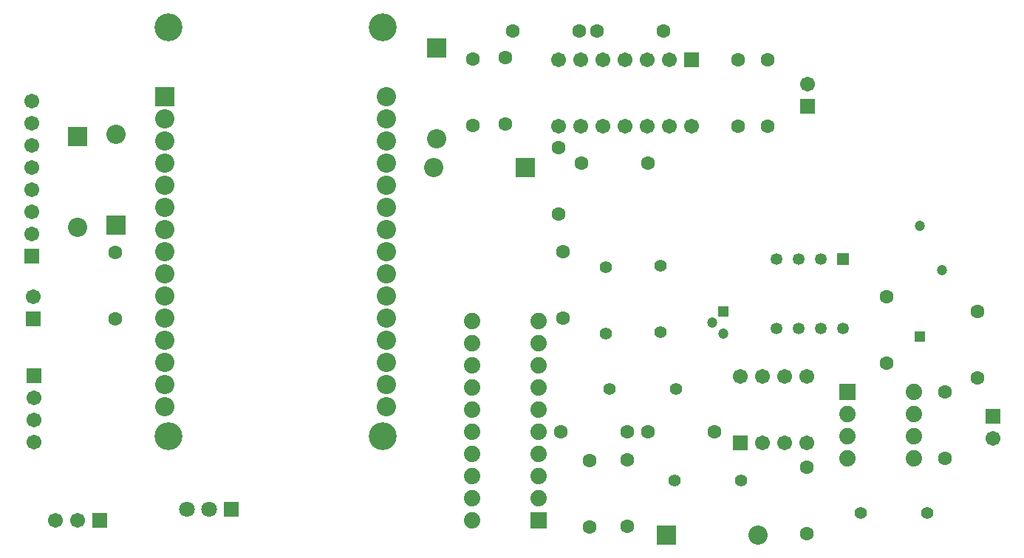
<source format=gts>
%TF.GenerationSoftware,Altium Limited,Altium Designer,23.11.1 (41)*%
G04 Layer_Color=8388736*
%FSLAX45Y45*%
%MOMM*%
%TF.SameCoordinates,FD849FC7-13BB-4974-9BF6-0D42D88E725C*%
%TF.FilePolarity,Negative*%
%TF.FileFunction,Soldermask,Top*%
%TF.Part,Single*%
G01*
G75*
%TA.AperFunction,ComponentPad*%
%ADD14C,1.20000*%
%ADD19C,1.35000*%
%ADD20R,1.35000X1.35000*%
%ADD21R,1.20000X1.20000*%
%ADD22R,1.20000X1.20000*%
%ADD38R,1.70320X1.70320*%
%ADD39C,1.70320*%
%ADD40R,1.87960X1.87960*%
%ADD41C,1.87960*%
%ADD42C,1.40320*%
%ADD43C,1.60320*%
%ADD44R,2.20320X2.20320*%
%ADD45C,2.20320*%
%ADD46R,2.20320X2.20320*%
%ADD47R,1.80320X1.80320*%
%ADD48C,1.80320*%
%ADD49C,3.20320*%
%ADD50R,1.70320X1.70320*%
D14*
X10769600Y-10972800D02*
D03*
X10896600Y-11099800D02*
D03*
X13398500Y-10375900D02*
D03*
X13144501Y-9867900D02*
D03*
D19*
X12268200Y-11039475D02*
D03*
X12014200D02*
D03*
X11760200D02*
D03*
X11506200D02*
D03*
Y-10245725D02*
D03*
X11760200D02*
D03*
X12014200D02*
D03*
D20*
X12268200D02*
D03*
D21*
X10896600Y-10845800D02*
D03*
D22*
X13144501Y-11137900D02*
D03*
D38*
X13982700Y-12052300D02*
D03*
X11087100Y-12357100D02*
D03*
X10528300Y-7962900D02*
D03*
X11861800Y-8496300D02*
D03*
X2997200Y-11582400D02*
D03*
X2971800Y-10210800D02*
D03*
X2984500Y-10934700D02*
D03*
D39*
X13982700Y-12306300D02*
D03*
X11341100Y-12357100D02*
D03*
X11595100D02*
D03*
X11849100D02*
D03*
X11087100Y-11595100D02*
D03*
X11341100D02*
D03*
X11595100D02*
D03*
X11849100D02*
D03*
X10274300Y-7962900D02*
D03*
X10020300D02*
D03*
X9766300D02*
D03*
X9512300D02*
D03*
X9258300D02*
D03*
X9004300D02*
D03*
X10528300Y-8724900D02*
D03*
X10274300D02*
D03*
X10020300D02*
D03*
X9766300D02*
D03*
X9512300D02*
D03*
X9258300D02*
D03*
X9004300D02*
D03*
X11861800Y-8242300D02*
D03*
X2997200Y-12344400D02*
D03*
Y-12090400D02*
D03*
Y-11836400D02*
D03*
X2971800Y-9956800D02*
D03*
Y-9702800D02*
D03*
Y-9448800D02*
D03*
Y-9194800D02*
D03*
Y-8940800D02*
D03*
Y-8686800D02*
D03*
Y-8432800D02*
D03*
X2984500Y-10680700D02*
D03*
X3492500Y-13246100D02*
D03*
X3238500D02*
D03*
D40*
X12319000Y-11772900D02*
D03*
X8775700Y-13246100D02*
D03*
D41*
X12319000Y-12026900D02*
D03*
Y-12280900D02*
D03*
Y-12534900D02*
D03*
X13081000D02*
D03*
Y-12280900D02*
D03*
Y-12026900D02*
D03*
Y-11772900D02*
D03*
X8775700Y-12992101D02*
D03*
Y-12738100D02*
D03*
Y-12484100D02*
D03*
Y-12230100D02*
D03*
Y-11976100D02*
D03*
Y-11722100D02*
D03*
Y-11468100D02*
D03*
Y-11214100D02*
D03*
Y-10960100D02*
D03*
X8013700D02*
D03*
Y-11214100D02*
D03*
Y-11468100D02*
D03*
Y-11722100D02*
D03*
Y-11976100D02*
D03*
Y-12230100D02*
D03*
Y-12484100D02*
D03*
Y-12738100D02*
D03*
Y-12992101D02*
D03*
Y-13246100D02*
D03*
D42*
X12471400Y-13157201D02*
D03*
X13233400D02*
D03*
X9588500Y-11734800D02*
D03*
X10350500D02*
D03*
X11099800Y-12788900D02*
D03*
X10337800D02*
D03*
X10172700Y-10325100D02*
D03*
Y-11087100D02*
D03*
X9550400Y-11099800D02*
D03*
Y-10337800D02*
D03*
D43*
X11849100Y-12636500D02*
D03*
Y-13398500D02*
D03*
X8394700Y-7937500D02*
D03*
Y-8699500D02*
D03*
X8026400Y-7950200D02*
D03*
Y-8712200D02*
D03*
X9448800Y-7632700D02*
D03*
X10210800D02*
D03*
X11061700Y-8724900D02*
D03*
Y-7962900D02*
D03*
X11404600D02*
D03*
Y-8724900D02*
D03*
X10033000Y-9144000D02*
D03*
X9271000D02*
D03*
X9245600Y-7632700D02*
D03*
X8483600D02*
D03*
X13436600Y-11772900D02*
D03*
Y-12534900D02*
D03*
X13804900Y-11607800D02*
D03*
Y-10845800D02*
D03*
X12763500Y-11442700D02*
D03*
Y-10680700D02*
D03*
X10795000Y-12230100D02*
D03*
X10033000D02*
D03*
X9359900Y-13322301D02*
D03*
Y-12560300D02*
D03*
X9791700Y-12547600D02*
D03*
Y-13309599D02*
D03*
Y-12230100D02*
D03*
X9029700D02*
D03*
X9004300Y-9728200D02*
D03*
Y-8966200D02*
D03*
X9055100Y-10922000D02*
D03*
Y-10160000D02*
D03*
X3924300Y-10172700D02*
D03*
Y-10934700D02*
D03*
D44*
X7607300Y-7820899D02*
D03*
X3492500Y-8836899D02*
D03*
X3937000Y-9857501D02*
D03*
D45*
X7607300Y-8866901D02*
D03*
X7579599Y-9194800D02*
D03*
X11292601Y-13411200D02*
D03*
X4495800Y-8636000D02*
D03*
Y-8890000D02*
D03*
Y-9144000D02*
D03*
Y-9398000D02*
D03*
Y-9652000D02*
D03*
Y-9906000D02*
D03*
Y-10160000D02*
D03*
Y-10414000D02*
D03*
Y-10668000D02*
D03*
Y-10922000D02*
D03*
Y-11176000D02*
D03*
Y-11430000D02*
D03*
Y-11684000D02*
D03*
Y-11938000D02*
D03*
X7035800Y-8382000D02*
D03*
Y-8636000D02*
D03*
Y-8890000D02*
D03*
Y-9144000D02*
D03*
Y-9398000D02*
D03*
Y-9652000D02*
D03*
Y-9906000D02*
D03*
Y-10160000D02*
D03*
Y-10414000D02*
D03*
Y-10668000D02*
D03*
Y-10922000D02*
D03*
Y-11176000D02*
D03*
Y-11430000D02*
D03*
Y-11684000D02*
D03*
Y-11938000D02*
D03*
X3492500Y-9882901D02*
D03*
X3937000Y-8811499D02*
D03*
D46*
X8625601Y-9194800D02*
D03*
X10246599Y-13411200D02*
D03*
X4495800Y-8382000D02*
D03*
D47*
X5257800Y-13119099D02*
D03*
D48*
X5003800D02*
D03*
X4749800D02*
D03*
D49*
X4537801Y-12280997D02*
D03*
X6988800D02*
D03*
Y-7586000D02*
D03*
X4537801D02*
D03*
D50*
X3746500Y-13246100D02*
D03*
%TF.MD5,c17605ae001d39d98649ef04a1f65c6a*%
M02*

</source>
